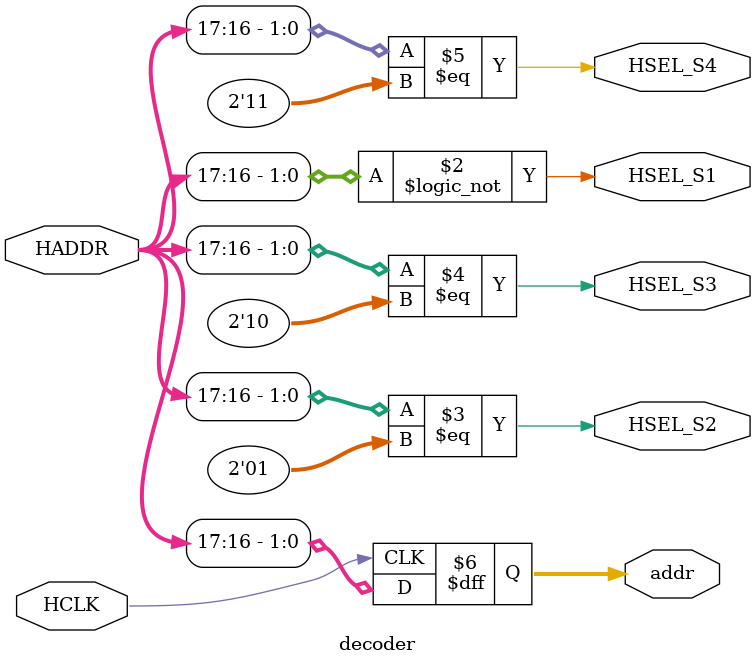
<source format=v>
`timescale 1ns / 1ps

module decoder(input[31:0] HADDR,
				      input HCLK,
					    output HSEL_S1,
					    output HSEL_S2,
					    output HSEL_S3,
					    output HSEL_S4,
					    output reg[1:0] addr//guides mux for selecting right slave
					
              );
				  
				  
		always@(posedge HCLK) begin
		  addr<=HADDR[17:16];
      end		
		
		assign HSEL_S1=HADDR[17:16]=='b00;
		assign HSEL_S2=HADDR[17:16]=='b01;
		assign HSEL_S3=HADDR[17:16]=='b10;
		assign HSEL_S4=HADDR[17:16]=='b11;


endmodule

</source>
